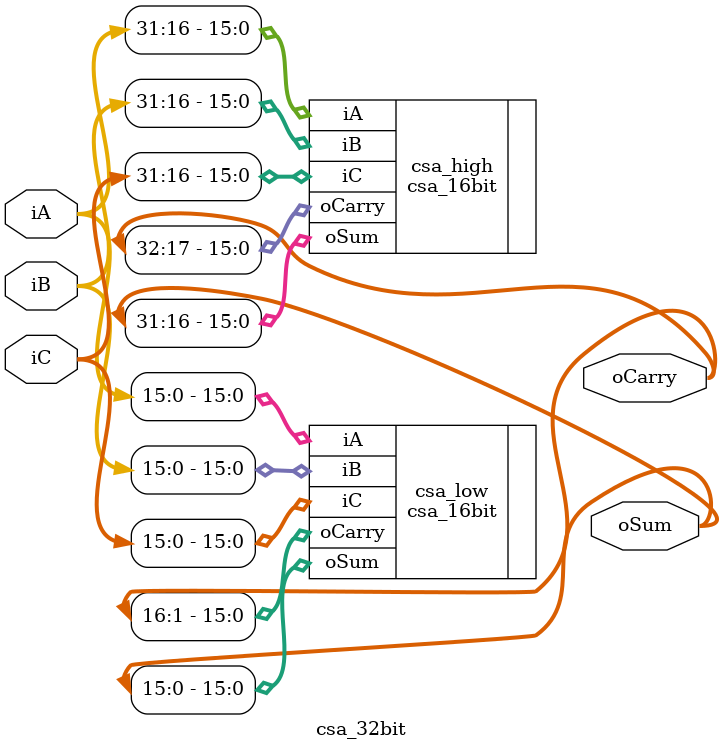
<source format=v>
`timescale 1ns / 1ps

module csa_32bit(
    input wire [31:0] iA, iB, iC,
    output wire [31:0] oSum,
    output wire [32:1] oCarry
);

    csa_16bit csa_low(
        .iA(iA[15:0]),
        .iB(iB[15:0]),
        .iC(iC[15:0]),
        .oSum(oSum[15:0]),
        .oCarry(oCarry[16:1])
    );
    
    csa_16bit csa_high(
        .iA(iA[31:16]),
        .iB(iB[31:16]),
        .iC(iC[31:16]),
        .oSum(oSum[31:16]),
        .oCarry(oCarry[32:17])
    );
endmodule
</source>
